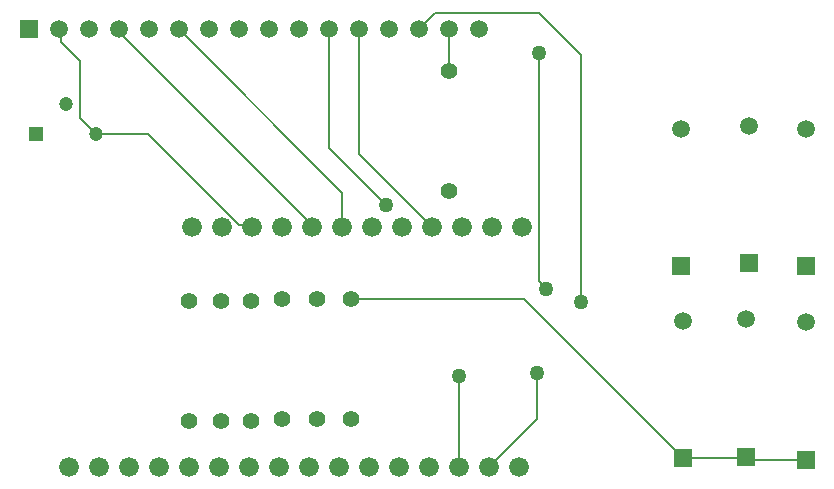
<source format=gbl>
G04*
G04 #@! TF.GenerationSoftware,Altium Limited,Altium Designer,19.1.7 (138)*
G04*
G04 Layer_Physical_Order=2*
G04 Layer_Color=16711680*
%FSLAX25Y25*%
%MOIN*%
G70*
G01*
G75*
%ADD13C,0.01000*%
%ADD23C,0.00800*%
%ADD24R,0.04724X0.04724*%
%ADD25C,0.04724*%
%ADD26R,0.05906X0.05906*%
%ADD27C,0.05906*%
%ADD28C,0.05512*%
%ADD29R,0.05906X0.05906*%
%ADD30C,0.06600*%
%ADD31C,0.05000*%
D13*
X125500Y84500D02*
X126000Y85000D01*
X143000D02*
X146000D01*
X136000Y84500D02*
Y85000D01*
X163500D02*
X166000D01*
X94000D02*
X96000D01*
X45000Y5000D02*
Y6500D01*
Y5000D02*
Y7000D01*
X113500Y5000D02*
X115000D01*
D23*
X155000D02*
Y35500D01*
X181500Y67000D02*
X184000Y64500D01*
X181500Y67000D02*
Y143000D01*
X165000Y5000D02*
X181000Y21000D01*
Y36500D01*
X195500Y60000D02*
Y142500D01*
X181500Y156500D02*
X195500Y142500D01*
X147000Y156500D02*
X181500D01*
X141500Y151000D02*
X147000Y156500D01*
X119000Y61000D02*
X176567D01*
X229500Y8067D01*
X250000D01*
X250500Y8567D01*
X251500Y7567D01*
X270500D01*
X121500Y109500D02*
X146000Y85000D01*
X121500Y109500D02*
Y151000D01*
X111500Y111500D02*
X130500Y92500D01*
X111500Y111500D02*
Y151000D01*
X151500Y137000D02*
Y151000D01*
X116000Y85000D02*
Y96500D01*
X61500Y151000D02*
X116000Y96500D01*
X106000Y85000D02*
Y85750D01*
X41500Y150250D02*
X106000Y85750D01*
X41500Y150250D02*
Y151000D01*
X22153Y146847D02*
X28500Y140500D01*
X22153Y146847D02*
Y150347D01*
X21500Y151000D02*
X22153Y150347D01*
X28500Y121500D02*
Y140500D01*
Y121500D02*
X34000Y116000D01*
X51364D01*
X81500Y85864D01*
X85136D01*
X86000Y85000D01*
X31500Y150127D02*
Y151000D01*
D24*
X14000Y116000D02*
D03*
D25*
X34000D02*
D03*
X24000Y126000D02*
D03*
D26*
X11500Y151000D02*
D03*
D27*
X21500D02*
D03*
X31500D02*
D03*
X41500D02*
D03*
X51500D02*
D03*
X61500D02*
D03*
X71500D02*
D03*
X81500D02*
D03*
X91500D02*
D03*
X101500D02*
D03*
X111500D02*
D03*
X121500D02*
D03*
X131500D02*
D03*
X141500D02*
D03*
X151500D02*
D03*
X161500D02*
D03*
X229500Y53933D02*
D03*
X250500Y54433D02*
D03*
X270500Y53433D02*
D03*
Y117933D02*
D03*
X251500Y118933D02*
D03*
X229000Y117933D02*
D03*
D28*
X151500Y97000D02*
D03*
Y137000D02*
D03*
X119000Y61000D02*
D03*
Y21000D02*
D03*
X107500Y61000D02*
D03*
Y21000D02*
D03*
X96000Y61000D02*
D03*
Y21000D02*
D03*
X85500Y60500D02*
D03*
Y20500D02*
D03*
X75500Y60500D02*
D03*
Y20500D02*
D03*
X65000Y60500D02*
D03*
Y20500D02*
D03*
D29*
X229500Y8067D02*
D03*
X250500Y8567D02*
D03*
X270500Y7567D02*
D03*
Y72067D02*
D03*
X251500Y73067D02*
D03*
X229000Y72067D02*
D03*
D30*
X66000Y85000D02*
D03*
X76000D02*
D03*
X86000D02*
D03*
X96000D02*
D03*
X106000D02*
D03*
X116000D02*
D03*
X126000D02*
D03*
X136000D02*
D03*
X146000D02*
D03*
X156000D02*
D03*
X166000D02*
D03*
X176000D02*
D03*
X175000Y5000D02*
D03*
X165000D02*
D03*
X155000D02*
D03*
X145000D02*
D03*
X135000D02*
D03*
X125000D02*
D03*
X115000D02*
D03*
X105000D02*
D03*
X95000D02*
D03*
X85000D02*
D03*
X75000D02*
D03*
X65000D02*
D03*
X55000D02*
D03*
X45000D02*
D03*
X35000D02*
D03*
X25000D02*
D03*
D31*
X155000Y35500D02*
D03*
X184000Y64500D02*
D03*
X181500Y143000D02*
D03*
X181000Y36500D02*
D03*
X195500Y60000D02*
D03*
X130500Y92500D02*
D03*
M02*

</source>
